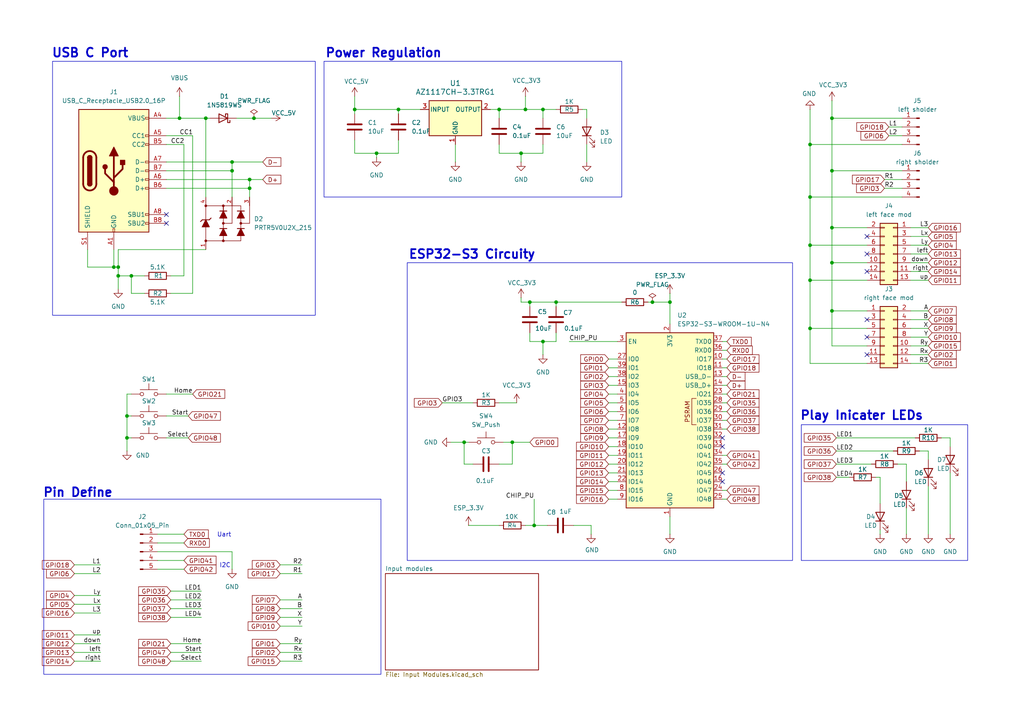
<source format=kicad_sch>
(kicad_sch (version 20250114) (generator "eeschema") (generator_version "9.0")
  (paper "A4")
  (rectangle (start 12.7 144.78) (end 110.49 195.58))
  (rectangle (start 15.24 17.78) (end 91.44 91.44))
  (rectangle (start 232.41 123.19) (end 280.67 162.56))
  (rectangle (start 118.11 76.2) (end 229.87 162.56))
  (rectangle (start 93.98 17.78) (end 180.34 57.15))
  (text "ESP32-S3 Circuity" (at 136.906 73.914 0) (effects (font (size 2.54 2.54) (thickness 0.508) (bold yes))))
  (text "Uart\n" (at 65.024 155.194 0) (effects (font (size 1.27 1.27))))
  (text "USB C Port" (at 26.162 15.494 0) (effects (font (size 2.54 2.54) (thickness 0.508) (bold yes))))
  (text "Play Inicater LEDs" (at 249.936 120.65 0) (effects (font (size 2.54 2.54) (thickness 0.508) (bold yes))))
  (text "I2C\n" (at 65.278 164.084 0) (effects (font (size 1.27 1.27))))
  (text "Power Regulation\n" (at 111.252 15.494 0) (effects (font (size 2.54 2.54) (thickness 0.508) (bold yes))))
  (text "Pin Define\n" (at 22.606 143.002 0) (effects (font (size 2.54 2.54) (thickness 0.508) (bold yes))))
  (junction (at 153.67 87.63))
  (junction (at 52.07 34.29))
  (junction (at 144.78 31.75))
  (junction (at 152.4 31.75))
  (junction (at 33.02 77.47))
  (junction (at 241.3 34.29))
  (junction (at 241.3 49.53))
  (junction (at 161.29 87.63))
  (junction (at 115.57 31.75))
  (junction (at 36.83 120.65))
  (junction (at 72.39 52.07))
  (junction (at 148.59 128.27))
  (junction (at 157.48 99.06))
  (junction (at 157.48 31.75))
  (junction (at 154.94 152.4))
  (junction (at 38.1 80.01))
  (junction (at 234.95 71.12))
  (junction (at 34.29 80.01))
  (junction (at 241.3 66.04))
  (junction (at 34.29 77.47))
  (junction (at 234.95 81.28))
  (junction (at 151.13 44.45))
  (junction (at 67.31 49.53))
  (junction (at 109.22 44.45))
  (junction (at 72.39 54.61))
  (junction (at 73.66 34.29))
  (junction (at 36.83 127))
  (junction (at 189.23 87.63))
  (junction (at 234.95 41.91))
  (junction (at 241.3 90.17))
  (junction (at 67.31 46.99))
  (junction (at 102.87 31.75))
  (junction (at 134.62 128.27))
  (junction (at 241.3 76.2))
  (junction (at 59.69 34.29))
  (junction (at 234.95 57.15))
  (junction (at 194.31 87.63))
  (junction (at 234.95 95.25))
  (no_connect (at 209.55 139.7))
  (no_connect (at 209.55 127))
  (no_connect (at 251.46 92.71))
  (no_connect (at 251.46 102.87))
  (no_connect (at 251.46 68.58))
  (no_connect (at 48.26 64.77))
  (no_connect (at 251.46 97.79))
  (no_connect (at 209.55 129.54))
  (no_connect (at 48.26 62.23))
  (no_connect (at 251.46 73.66))
  (no_connect (at 251.46 78.74))
  (no_connect (at 209.55 137.16))
  (wire (pts (xy 161.29 87.63) (xy 161.29 88.9)))
  (wire (pts (xy 176.53 104.14) (xy 179.07 104.14)))
  (wire (pts (xy 241.3 29.21) (xy 241.3 34.29)))
  (wire (pts (xy 81.28 191.77) (xy 87.63 191.77)))
  (wire (pts (xy 153.67 87.63) (xy 161.29 87.63)))
  (wire (pts (xy 264.16 78.74) (xy 269.24 78.74)))
  (wire (pts (xy 134.62 128.27) (xy 134.62 134.62)))
  (wire (pts (xy 161.29 87.63) (xy 180.34 87.63)))
  (wire (pts (xy 264.16 76.2) (xy 269.24 76.2)))
  (wire (pts (xy 49.53 173.99) (xy 58.42 173.99)))
  (wire (pts (xy 210.82 106.68) (xy 209.55 106.68)))
  (wire (pts (xy 210.82 121.92) (xy 209.55 121.92)))
  (wire (pts (xy 210.82 134.62) (xy 209.55 134.62)))
  (wire (pts (xy 234.95 57.15) (xy 234.95 71.12)))
  (wire (pts (xy 157.48 41.91) (xy 157.48 44.45)))
  (wire (pts (xy 153.67 99.06) (xy 157.48 99.06)))
  (wire (pts (xy 241.3 66.04) (xy 241.3 76.2)))
  (wire (pts (xy 34.29 80.01) (xy 34.29 77.47)))
  (wire (pts (xy 251.46 90.17) (xy 241.3 90.17)))
  (wire (pts (xy 144.78 41.91) (xy 144.78 44.45)))
  (wire (pts (xy 261.62 39.37) (xy 257.81 39.37)))
  (wire (pts (xy 49.53 176.53) (xy 58.42 176.53)))
  (wire (pts (xy 102.87 33.02) (xy 102.87 31.75)))
  (wire (pts (xy 194.31 85.09) (xy 194.31 87.63)))
  (wire (pts (xy 176.53 132.08) (xy 179.07 132.08)))
  (wire (pts (xy 242.57 130.81) (xy 259.08 130.81)))
  (wire (pts (xy 251.46 95.25) (xy 234.95 95.25)))
  (wire (pts (xy 34.29 83.82) (xy 34.29 80.01)))
  (wire (pts (xy 144.78 116.84) (xy 149.86 116.84)))
  (wire (pts (xy 21.59 163.83) (xy 29.21 163.83)))
  (wire (pts (xy 102.87 31.75) (xy 115.57 31.75)))
  (wire (pts (xy 210.82 132.08) (xy 209.55 132.08)))
  (wire (pts (xy 269.24 130.81) (xy 266.7 130.81)))
  (wire (pts (xy 154.94 152.4) (xy 154.94 144.78)))
  (wire (pts (xy 176.53 134.62) (xy 179.07 134.62)))
  (wire (pts (xy 81.28 189.23) (xy 87.63 189.23)))
  (wire (pts (xy 154.94 152.4) (xy 158.75 152.4)))
  (wire (pts (xy 210.82 124.46) (xy 209.55 124.46)))
  (wire (pts (xy 176.53 124.46) (xy 179.07 124.46)))
  (wire (pts (xy 170.18 41.91) (xy 170.18 46.99)))
  (wire (pts (xy 262.89 134.62) (xy 262.89 139.7)))
  (wire (pts (xy 134.62 128.27) (xy 135.89 128.27)))
  (wire (pts (xy 152.4 152.4) (xy 154.94 152.4)))
  (wire (pts (xy 81.28 179.07) (xy 87.63 179.07)))
  (wire (pts (xy 34.29 72.39) (xy 34.29 77.47)))
  (wire (pts (xy 153.67 96.52) (xy 153.67 99.06)))
  (wire (pts (xy 48.26 49.53) (xy 67.31 49.53)))
  (wire (pts (xy 176.53 111.76) (xy 179.07 111.76)))
  (wire (pts (xy 21.59 184.15) (xy 29.21 184.15)))
  (wire (pts (xy 170.18 31.75) (xy 168.91 31.75)))
  (wire (pts (xy 264.16 81.28) (xy 269.24 81.28)))
  (wire (pts (xy 81.28 176.53) (xy 87.63 176.53)))
  (wire (pts (xy 251.46 76.2) (xy 241.3 76.2)))
  (wire (pts (xy 176.53 137.16) (xy 179.07 137.16)))
  (wire (pts (xy 176.53 119.38) (xy 179.07 119.38)))
  (wire (pts (xy 109.22 44.45) (xy 109.22 45.72)))
  (wire (pts (xy 264.16 92.71) (xy 269.24 92.71)))
  (wire (pts (xy 81.28 166.37) (xy 87.63 166.37)))
  (wire (pts (xy 73.66 34.29) (xy 78.74 34.29)))
  (wire (pts (xy 25.4 77.47) (xy 33.02 77.47)))
  (wire (pts (xy 59.69 34.29) (xy 60.96 34.29)))
  (wire (pts (xy 144.78 31.75) (xy 144.78 34.29)))
  (wire (pts (xy 48.26 39.37) (xy 55.88 39.37)))
  (wire (pts (xy 52.07 34.29) (xy 59.69 34.29)))
  (wire (pts (xy 21.59 175.26) (xy 29.21 175.26)))
  (wire (pts (xy 264.16 105.41) (xy 269.24 105.41)))
  (wire (pts (xy 241.3 34.29) (xy 241.3 49.53)))
  (wire (pts (xy 171.45 154.94) (xy 171.45 152.4)))
  (wire (pts (xy 68.58 34.29) (xy 73.66 34.29)))
  (wire (pts (xy 49.53 191.77) (xy 58.42 191.77)))
  (wire (pts (xy 210.82 101.6) (xy 209.55 101.6)))
  (wire (pts (xy 135.89 152.4) (xy 144.78 152.4)))
  (wire (pts (xy 176.53 144.78) (xy 179.07 144.78)))
  (wire (pts (xy 256.54 54.61) (xy 261.62 54.61)))
  (wire (pts (xy 36.83 114.3) (xy 38.1 114.3)))
  (wire (pts (xy 21.59 166.37) (xy 29.21 166.37)))
  (wire (pts (xy 148.59 128.27) (xy 146.05 128.27)))
  (wire (pts (xy 264.16 100.33) (xy 269.24 100.33)))
  (wire (pts (xy 264.16 102.87) (xy 269.24 102.87)))
  (wire (pts (xy 33.02 77.47) (xy 34.29 77.47)))
  (wire (pts (xy 210.82 99.06) (xy 209.55 99.06)))
  (wire (pts (xy 251.46 100.33) (xy 241.3 100.33)))
  (wire (pts (xy 194.31 149.86) (xy 194.31 154.94)))
  (wire (pts (xy 137.16 134.62) (xy 134.62 134.62)))
  (wire (pts (xy 48.26 127) (xy 54.61 127)))
  (wire (pts (xy 152.4 31.75) (xy 157.48 31.75)))
  (wire (pts (xy 264.16 90.17) (xy 269.24 90.17)))
  (wire (pts (xy 210.82 116.84) (xy 209.55 116.84)))
  (wire (pts (xy 115.57 31.75) (xy 121.92 31.75)))
  (wire (pts (xy 262.89 134.62) (xy 260.35 134.62)))
  (wire (pts (xy 210.82 142.24) (xy 209.55 142.24)))
  (wire (pts (xy 38.1 85.09) (xy 38.1 80.01)))
  (wire (pts (xy 176.53 127) (xy 179.07 127)))
  (wire (pts (xy 21.59 191.77) (xy 29.21 191.77)))
  (wire (pts (xy 109.22 44.45) (xy 102.87 44.45)))
  (wire (pts (xy 234.95 71.12) (xy 234.95 81.28)))
  (wire (pts (xy 36.83 120.65) (xy 38.1 120.65)))
  (wire (pts (xy 45.72 154.94) (xy 53.34 154.94)))
  (wire (pts (xy 36.83 120.65) (xy 36.83 114.3)))
  (wire (pts (xy 49.53 171.45) (xy 58.42 171.45)))
  (wire (pts (xy 275.59 137.16) (xy 275.59 154.94)))
  (wire (pts (xy 36.83 120.65) (xy 36.83 127)))
  (wire (pts (xy 115.57 33.02) (xy 115.57 31.75)))
  (wire (pts (xy 33.02 72.39) (xy 33.02 77.47)))
  (wire (pts (xy 264.16 66.04) (xy 269.24 66.04)))
  (wire (pts (xy 176.53 139.7) (xy 179.07 139.7)))
  (wire (pts (xy 21.59 189.23) (xy 29.21 189.23)))
  (wire (pts (xy 115.57 44.45) (xy 109.22 44.45)))
  (wire (pts (xy 45.72 162.56) (xy 53.34 162.56)))
  (wire (pts (xy 176.53 121.92) (xy 179.07 121.92)))
  (wire (pts (xy 234.95 81.28) (xy 234.95 95.25)))
  (wire (pts (xy 241.3 100.33) (xy 241.3 90.17)))
  (wire (pts (xy 81.28 163.83) (xy 87.63 163.83)))
  (wire (pts (xy 72.39 54.61) (xy 72.39 57.15)))
  (wire (pts (xy 256.54 52.07) (xy 261.62 52.07)))
  (wire (pts (xy 67.31 160.02) (xy 45.72 160.02)))
  (wire (pts (xy 261.62 57.15) (xy 234.95 57.15)))
  (wire (pts (xy 153.67 87.63) (xy 153.67 88.9)))
  (wire (pts (xy 115.57 40.64) (xy 115.57 44.45)))
  (wire (pts (xy 171.45 152.4) (xy 166.37 152.4)))
  (wire (pts (xy 176.53 106.68) (xy 179.07 106.68)))
  (wire (pts (xy 241.3 90.17) (xy 241.3 76.2)))
  (wire (pts (xy 189.23 87.63) (xy 194.31 87.63)))
  (wire (pts (xy 53.34 41.91) (xy 53.34 80.01)))
  (wire (pts (xy 81.28 173.99) (xy 87.63 173.99)))
  (wire (pts (xy 72.39 52.07) (xy 72.39 54.61)))
  (wire (pts (xy 130.81 128.27) (xy 134.62 128.27)))
  (wire (pts (xy 157.48 31.75) (xy 157.48 34.29)))
  (wire (pts (xy 151.13 44.45) (xy 157.48 44.45)))
  (wire (pts (xy 241.3 34.29) (xy 261.62 34.29)))
  (wire (pts (xy 234.95 41.91) (xy 234.95 57.15)))
  (wire (pts (xy 45.72 165.1) (xy 53.34 165.1)))
  (wire (pts (xy 152.4 27.94) (xy 152.4 31.75)))
  (wire (pts (xy 255.27 153.67) (xy 255.27 154.94)))
  (wire (pts (xy 38.1 80.01) (xy 41.91 80.01)))
  (wire (pts (xy 151.13 87.63) (xy 153.67 87.63)))
  (wire (pts (xy 275.59 127) (xy 275.59 129.54)))
  (wire (pts (xy 49.53 186.69) (xy 58.42 186.69)))
  (wire (pts (xy 48.26 52.07) (xy 72.39 52.07)))
  (wire (pts (xy 210.82 119.38) (xy 209.55 119.38)))
  (wire (pts (xy 157.48 99.06) (xy 157.48 102.87)))
  (wire (pts (xy 234.95 105.41) (xy 251.46 105.41)))
  (wire (pts (xy 21.59 172.72) (xy 29.21 172.72)))
  (wire (pts (xy 144.78 44.45) (xy 151.13 44.45)))
  (wire (pts (xy 176.53 109.22) (xy 179.07 109.22)))
  (wire (pts (xy 144.78 31.75) (xy 152.4 31.75)))
  (wire (pts (xy 261.62 41.91) (xy 234.95 41.91)))
  (wire (pts (xy 251.46 71.12) (xy 234.95 71.12)))
  (wire (pts (xy 142.24 31.75) (xy 144.78 31.75)))
  (wire (pts (xy 157.48 31.75) (xy 161.29 31.75)))
  (wire (pts (xy 48.26 114.3) (xy 55.88 114.3)))
  (wire (pts (xy 269.24 140.97) (xy 269.24 154.94)))
  (wire (pts (xy 41.91 85.09) (xy 38.1 85.09)))
  (wire (pts (xy 67.31 46.99) (xy 67.31 49.53)))
  (wire (pts (xy 210.82 104.14) (xy 209.55 104.14)))
  (wire (pts (xy 176.53 114.3) (xy 179.07 114.3)))
  (wire (pts (xy 187.96 87.63) (xy 189.23 87.63)))
  (wire (pts (xy 234.95 95.25) (xy 234.95 105.41)))
  (wire (pts (xy 251.46 66.04) (xy 241.3 66.04)))
  (wire (pts (xy 210.82 109.22) (xy 209.55 109.22)))
  (wire (pts (xy 81.28 181.61) (xy 87.63 181.61)))
  (wire (pts (xy 52.07 27.94) (xy 52.07 34.29)))
  (wire (pts (xy 151.13 86.36) (xy 151.13 87.63)))
  (wire (pts (xy 49.53 189.23) (xy 58.42 189.23)))
  (wire (pts (xy 194.31 93.98) (xy 194.31 87.63)))
  (wire (pts (xy 264.16 95.25) (xy 269.24 95.25)))
  (wire (pts (xy 148.59 128.27) (xy 153.67 128.27)))
  (wire (pts (xy 67.31 165.1) (xy 67.31 160.02)))
  (wire (pts (xy 170.18 31.75) (xy 170.18 34.29)))
  (wire (pts (xy 76.2 52.07) (xy 72.39 52.07)))
  (wire (pts (xy 176.53 129.54) (xy 179.07 129.54)))
  (wire (pts (xy 21.59 177.8) (xy 29.21 177.8)))
  (wire (pts (xy 48.26 34.29) (xy 52.07 34.29)))
  (wire (pts (xy 210.82 114.3) (xy 209.55 114.3)))
  (wire (pts (xy 242.57 134.62) (xy 252.73 134.62)))
  (wire (pts (xy 257.81 36.83) (xy 261.62 36.83)))
  (wire (pts (xy 241.3 49.53) (xy 241.3 66.04)))
  (wire (pts (xy 251.46 81.28) (xy 234.95 81.28)))
  (wire (pts (xy 176.53 142.24) (xy 179.07 142.24)))
  (wire (pts (xy 242.57 138.43) (xy 246.38 138.43)))
  (wire (pts (xy 165.1 99.06) (xy 179.07 99.06)))
  (wire (pts (xy 102.87 27.94) (xy 102.87 31.75)))
  (wire (pts (xy 25.4 72.39) (xy 25.4 77.47)))
  (wire (pts (xy 261.62 49.53) (xy 241.3 49.53)))
  (wire (pts (xy 148.59 134.62) (xy 148.59 128.27)))
  (wire (pts (xy 34.29 72.39) (xy 59.69 72.39)))
  (wire (pts (xy 161.29 96.52) (xy 161.29 99.06)))
  (wire (pts (xy 234.95 31.75) (xy 234.95 41.91)))
  (wire (pts (xy 210.82 111.76) (xy 209.55 111.76)))
  (wire (pts (xy 45.72 157.48) (xy 53.34 157.48)))
  (wire (pts (xy 76.2 46.99) (xy 67.31 46.99)))
  (wire (pts (xy 255.27 138.43) (xy 255.27 146.05)))
  (wire (pts (xy 210.82 144.78) (xy 209.55 144.78)))
  (wire (pts (xy 67.31 49.53) (xy 67.31 57.15)))
  (wire (pts (xy 55.88 85.09) (xy 49.53 85.09)))
  (wire (pts (xy 255.27 138.43) (xy 254 138.43)))
  (wire (pts (xy 67.31 46.99) (xy 48.26 46.99)))
  (wire (pts (xy 48.26 54.61) (xy 72.39 54.61)))
  (wire (pts (xy 262.89 147.32) (xy 262.89 154.94)))
  (wire (pts (xy 269.24 130.81) (xy 269.24 133.35)))
  (wire (pts (xy 102.87 40.64) (xy 102.87 44.45)))
  (wire (pts (xy 264.16 68.58) (xy 269.24 68.58)))
  (wire (pts (xy 128.27 116.84) (xy 137.16 116.84)))
  (wire (pts (xy 36.83 127) (xy 36.83 130.81)))
  (wire (pts (xy 55.88 39.37) (xy 55.88 85.09)))
  (wire (pts (xy 34.29 80.01) (xy 38.1 80.01)))
  (wire (pts (xy 157.48 99.06) (xy 161.29 99.06)))
  (wire (pts (xy 144.78 134.62) (xy 148.59 134.62)))
  (wire (pts (xy 59.69 34.29) (xy 59.69 57.15)))
  (wire (pts (xy 53.34 80.01) (xy 49.53 80.01)))
  (wire (pts (xy 36.83 127) (xy 38.1 127)))
  (wire (pts (xy 49.53 179.07) (xy 58.42 179.07)))
  (wire (pts (xy 54.61 120.65) (xy 48.26 120.65)))
  (wire (pts (xy 81.28 186.69) (xy 87.63 186.69)))
  (wire (pts (xy 132.08 41.91) (xy 132.08 46.99)))
  (wire (pts (xy 275.59 127) (xy 273.05 127)))
  (wire (pts (xy 176.53 116.84) (xy 179.07 116.84)))
  (wire (pts (xy 48.26 41.91) (xy 53.34 41.91)))
  (wire (pts (xy 21.59 186.69) (xy 29.21 186.69)))
  (wire (pts (xy 264.16 73.66) (xy 269.24 73.66)))
  (wire (pts (xy 242.57 127) (xy 265.43 127)))
  (wire (pts (xy 264.16 71.12) (xy 269.24 71.12)))
  (wire (pts (xy 264.16 97.79) (xy 269.24 97.79)))
  (wire (pts (xy 151.13 44.45) (xy 151.13 46.99)))
  (label "L2" (at 257.81 39.37 0))
  (label "LED1" (at 242.57 127 0))
  (label "GPIO3" (at 128.27 116.84 0))
  (label "L3" (at 29.21 177.8 180))
  (label "Ry" (at 269.24 100.33 180))
  (label "LED2" (at 242.57 130.81 0))
  (label "R1" (at 87.63 166.37 180))
  (label "Rx" (at 87.63 189.23 180))
  (label "Start" (at 54.61 120.65 180))
  (label "L3" (at 269.24 66.04 180))
  (label "CHIP_PU" (at 154.94 144.78 180))
  (label "CC2" (at 49.53 41.91 0))
  (label "CC1" (at 52.07 39.37 0))
  (label "L1" (at 257.81 36.83 0))
  (label "L2" (at 29.21 166.37 180))
  (label "Y" (at 269.24 97.79 180))
  (label "Lx" (at 29.21 175.26 180))
  (label "X" (at 87.63 179.07 180))
  (label "left" (at 29.21 189.23 180))
  (label "X" (at 269.24 95.25 180))
  (label "Ry" (at 87.63 186.69 180))
  (label "LED4" (at 58.42 179.07 180))
  (label "LED4" (at 242.57 138.43 0))
  (label "Lx" (at 269.24 68.58 180))
  (label "R1" (at 256.54 52.07 0))
  (label "LED1" (at 58.42 171.45 180))
  (label "A" (at 269.24 90.17 180))
  (label "Select" (at 54.61 127 180))
  (label "down" (at 269.24 76.2 180))
  (label "down" (at 29.21 186.69 180))
  (label "Y" (at 87.63 181.61 180))
  (label "LED3" (at 58.42 176.53 180))
  (label "LED2" (at 58.42 173.99 180))
  (label "Home" (at 55.88 114.3 180))
  (label "Start" (at 58.42 189.23 180))
  (label "LED3" (at 242.57 134.62 0))
  (label "CHIP_PU" (at 165.1 99.06 0))
  (label "B" (at 87.63 176.53 180))
  (label "left" (at 269.24 73.66 180))
  (label "R3" (at 87.63 191.77 180))
  (label "R2" (at 256.54 54.61 0))
  (label "up" (at 29.21 184.15 180))
  (label "A" (at 87.63 173.99 180))
  (label "R2" (at 87.63 163.83 180))
  (label "Ly" (at 269.24 71.12 180))
  (label "Home" (at 58.42 186.69 180))
  (label "up" (at 269.24 81.28 180))
  (label "right" (at 29.21 191.77 180))
  (label "Select" (at 58.42 191.77 180))
  (label "L1" (at 29.21 163.83 180))
  (label "right" (at 269.24 78.74 180))
  (label "R3" (at 269.24 105.41 180))
  (label "Rx" (at 269.24 102.87 180))
  (label "B" (at 269.24 92.71 180))
  (label "Ly" (at 29.21 172.72 180))
  (global_label "GPIO48" (shape input) (at 54.61 127 0) (property "Intersheetrefs" "${INTERSHEET_REFS}" (effects (hide yes))))
  (global_label "GPIO9" (shape input) (at 269.24 95.25 0) (property "Intersheetrefs" "${INTERSHEET_REFS}" (effects (hide yes))))
  (global_label "GPIO15" (shape input) (at 176.53 142.24 180) (property "Intersheetrefs" "${INTERSHEET_REFS}" (effects (hide yes))))
  (global_label "GPIO2" (shape input) (at 81.28 189.23 180) (property "Intersheetrefs" "${INTERSHEET_REFS}" (effects (hide yes))))
  (global_label "GPIO10" (shape input) (at 81.28 181.61 180) (property "Intersheetrefs" "${INTERSHEET_REFS}" (effects (hide yes))))
  (global_label "GPIO1" (shape input) (at 269.24 105.41 0) (property "Intersheetrefs" "${INTERSHEET_REFS}" (effects (hide yes))))
  (global_label "GPIO14" (shape input) (at 176.53 139.7 180) (property "Intersheetrefs" "${INTERSHEET_REFS}" (effects (hide yes))))
  (global_label "GPIO41" (shape input) (at 210.82 132.08 0) (property "Intersheetrefs" "${INTERSHEET_REFS}" (effects (hide yes))))
  (global_label "GPIO12" (shape input) (at 269.24 76.2 0) (property "Intersheetrefs" "${INTERSHEET_REFS}" (effects (hide yes))))
  (global_label "GPIO16" (shape input) (at 21.59 177.8 180) (property "Intersheetrefs" "${INTERSHEET_REFS}" (effects (hide yes))))
  (global_label "GPIO38" (shape input) (at 242.57 138.43 180) (property "Intersheetrefs" "${INTERSHEET_REFS}" (effects (hide yes))))
  (global_label "GPIO38" (shape input) (at 49.53 179.07 180) (property "Intersheetrefs" "${INTERSHEET_REFS}" (effects (hide yes))))
  (global_label "GPIO6" (shape input) (at 21.59 166.37 180) (property "Intersheetrefs" "${INTERSHEET_REFS}" (effects (hide yes))))
  (global_label "GPIO8" (shape input) (at 176.53 124.46 180) (property "Intersheetrefs" "${INTERSHEET_REFS}" (effects (hide yes))))
  (global_label "GPIO3" (shape input) (at 176.53 111.76 180) (property "Intersheetrefs" "${INTERSHEET_REFS}" (effects (hide yes))))
  (global_label "GPIO11" (shape input) (at 21.59 184.15 180) (property "Intersheetrefs" "${INTERSHEET_REFS}" (effects (hide yes))))
  (global_label "GPIO37" (shape input) (at 49.53 176.53 180) (property "Intersheetrefs" "${INTERSHEET_REFS}" (effects (hide yes))))
  (global_label "D-" (shape input) (at 210.82 109.22 0) (property "Intersheetrefs" "${INTERSHEET_REFS}" (effects (hide yes))))
  (global_label "GPIO12" (shape input) (at 21.59 186.69 180) (property "Intersheetrefs" "${INTERSHEET_REFS}" (effects (hide yes))))
  (global_label "D+" (shape input) (at 76.2 52.07 0) (property "Intersheetrefs" "${INTERSHEET_REFS}" (effects (hide yes))))
  (global_label "GPIO15" (shape input) (at 269.24 100.33 0) (property "Intersheetrefs" "${INTERSHEET_REFS}" (effects (hide yes))))
  (global_label "GPIO0" (shape input) (at 176.53 104.14 180) (property "Intersheetrefs" "${INTERSHEET_REFS}" (effects (hide yes))))
  (global_label "GPIO8" (shape input) (at 81.28 176.53 180) (property "Intersheetrefs" "${INTERSHEET_REFS}" (effects (hide yes))))
  (global_label "GPIO14" (shape input) (at 21.59 191.77 180) (property "Intersheetrefs" "${INTERSHEET_REFS}" (effects (hide yes))))
  (global_label "GPIO1" (shape input) (at 176.53 106.68 180) (property "Intersheetrefs" "${INTERSHEET_REFS}" (effects (hide yes))))
  (global_label "GPIO36" (shape input) (at 242.57 130.81 180) (property "Intersheetrefs" "${INTERSHEET_REFS}" (effects (hide yes))))
  (global_label "GPIO14" (shape input) (at 269.24 78.74 0) (property "Intersheetrefs" "${INTERSHEET_REFS}" (effects (hide yes))))
  (global_label "GPIO0" (shape input) (at 153.67 128.27 0) (property "Intersheetrefs" "${INTERSHEET_REFS}" (effects (hide yes))))
  (global_label "GPIO15" (shape input) (at 81.28 191.77 180) (property "Intersheetrefs" "${INTERSHEET_REFS}" (effects (hide yes))))
  (global_label "TXD0" (shape input) (at 53.34 154.94 0) (property "Intersheetrefs" "${INTERSHEET_REFS}" (effects (hide yes))))
  (global_label "GPIO2" (shape input) (at 269.24 102.87 0) (property "Intersheetrefs" "${INTERSHEET_REFS}" (effects (hide yes))))
  (global_label "GPIO3" (shape input) (at 256.54 54.61 180) (property "Intersheetrefs" "${INTERSHEET_REFS}" (effects (hide yes))))
  (global_label "GPIO17" (shape input) (at 210.82 104.14 0) (property "Intersheetrefs" "${INTERSHEET_REFS}" (effects (hide yes))))
  (global_label "GPIO4" (shape input) (at 269.24 71.12 0) (property "Intersheetrefs" "${INTERSHEET_REFS}" (effects (hide yes))))
  (global_label "GPIO21" (shape input) (at 210.82 114.3 0) (property "Intersheetrefs" "${INTERSHEET_REFS}" (effects (hide yes))))
  (global_label "GPIO8" (shape input) (at 269.24 92.71 0) (property "Intersheetrefs" "${INTERSHEET_REFS}" (effects (hide yes))))
  (global_label "GPIO13" (shape input) (at 21.59 189.23 180) (property "Intersheetrefs" "${INTERSHEET_REFS}" (effects (hide yes))))
  (global_label "RXD0" (shape input) (at 53.34 157.48 0) (property "Intersheetrefs" "${INTERSHEET_REFS}" (effects (hide yes))))
  (global_label "GPIO35" (shape input) (at 49.53 171.45 180) (property "Intersheetrefs" "${INTERSHEET_REFS}" (effects (hide yes))))
  (global_label "GPIO3" (shape input) (at 128.27 116.84 180) (property "Intersheetrefs" "${INTERSHEET_REFS}" (effects (hide yes))))
  (global_label "GPIO16" (shape input) (at 176.53 144.78 180) (property "Intersheetrefs" "${INTERSHEET_REFS}" (effects (hide yes))))
  (global_label "GPIO12" (shape input) (at 176.53 134.62 180) (property "Intersheetrefs" "${INTERSHEET_REFS}" (effects (hide yes))))
  (global_label "GPIO9" (shape input) (at 81.28 179.07 180) (property "Intersheetrefs" "${INTERSHEET_REFS}" (effects (hide yes))))
  (global_label "GPIO37" (shape input) (at 242.57 134.62 180) (property "Intersheetrefs" "${INTERSHEET_REFS}" (effects (hide yes))))
  (global_label "GPIO18" (shape input) (at 210.82 106.68 0) (property "Intersheetrefs" "${INTERSHEET_REFS}" (effects (hide yes))))
  (global_label "GPIO17" (shape input) (at 81.28 166.37 180) (property "Intersheetrefs" "${INTERSHEET_REFS}" (effects (hide yes))))
  (global_label "D-" (shape input) (at 76.2 46.99 0) (property "Intersheetrefs" "${INTERSHEET_REFS}" (effects (hide yes))))
  (global_label "GPIO5" (shape input) (at 21.59 175.26 180) (property "Intersheetrefs" "${INTERSHEET_REFS}" (effects (hide yes))))
  (global_label "GPIO17" (shape input) (at 256.54 52.07 180) (property "Intersheetrefs" "${INTERSHEET_REFS}" (effects (hide yes))))
  (global_label "GPIO42" (shape input) (at 210.82 134.62 0) (property "Intersheetrefs" "${INTERSHEET_REFS}" (effects (hide yes))))
  (global_label "GPIO47" (shape input) (at 54.61 120.65 0) (property "Intersheetrefs" "${INTERSHEET_REFS}" (effects (hide yes))))
  (global_label "GPIO4" (shape input) (at 21.59 172.72 180) (property "Intersheetrefs" "${INTERSHEET_REFS}" (effects (hide yes))))
  (global_label "GPIO2" (shape input) (at 176.53 109.22 180) (property "Intersheetrefs" "${INTERSHEET_REFS}" (effects (hide yes))))
  (global_label "GPIO41" (shape input) (at 53.34 162.56 0) (property "Intersheetrefs" "${INTERSHEET_REFS}" (effects (hide yes))))
  (global_label "RXD0" (shape input) (at 210.82 101.6 0) (property "Intersheetrefs" "${INTERSHEET_REFS}" (effects (hide yes))))
  (global_label "TXD0" (shape input) (at 210.82 99.06 0) (property "Intersheetrefs" "${INTERSHEET_REFS}" (effects (hide yes))))
  (global_label "GPIO10" (shape input) (at 176.53 129.54 180) (property "Intersheetrefs" "${INTERSHEET_REFS}" (effects (hide yes))))
  (global_label "GPIO7" (shape input) (at 81.28 173.99 180) (property "Intersheetrefs" "${INTERSHEET_REFS}" (effects (hide yes))))
  (global_label "GPIO9" (shape input) (at 176.53 127 180) (property "Intersheetrefs" "${INTERSHEET_REFS}" (effects (hide yes))))
  (global_label "GPIO10" (shape input) (at 269.24 97.79 0) (property "Intersheetrefs" "${INTERSHEET_REFS}" (effects (hide yes))))
  (global_label "GPIO7" (shape input) (at 176.53 121.92 180) (property "Intersheetrefs" "${INTERSHEET_REFS}" (effects (hide yes))))
  (global_label "GPIO13" (shape input) (at 176.53 137.16 180) (property "Intersheetrefs" "${INTERSHEET_REFS}" (effects (hide yes))))
  (global_label "GPIO6" (shape input) (at 176.53 119.38 180) (property "Intersheetrefs" "${INTERSHEET_REFS}" (effects (hide yes))))
  (global_label "GPIO16" (shape input) (at 269.24 66.04 0) (property "Intersheetrefs" "${INTERSHEET_REFS}" (effects (hide yes))))
  (global_label "GPIO18" (shape input) (at 21.59 163.83 180) (property "Intersheetrefs" "${INTERSHEET_REFS}" (effects (hide yes))))
  (global_label "GPIO5" (shape input) (at 269.24 68.58 0) (property "Intersheetrefs" "${INTERSHEET_REFS}" (effects (hide yes))))
  (global_label "GPIO18" (shape input) (at 257.81 36.83 180) (property "Intersheetrefs" "${INTERSHEET_REFS}" (effects (hide yes))))
  (global_label "GPIO35" (shape input) (at 210.82 116.84 0) (property "Intersheetrefs" "${INTERSHEET_REFS}" (effects (hide yes))))
  (global_label "GPIO36" (shape input) (at 210.82 119.38 0) (property "Intersheetrefs" "${INTERSHEET_REFS}" (effects (hide yes))))
  (global_label "GPIO37" (shape input) (at 210.82 121.92 0) (property "Intersheetrefs" "${INTERSHEET_REFS}" (effects (hide yes))))
  (global_label "GPIO48" (shape input) (at 210.82 144.78 0) (property "Intersheetrefs" "${INTERSHEET_REFS}" (effects (hide yes))))
  (global_label "GPIO42" (shape input) (at 53.34 165.1 0) (property "Intersheetrefs" "${INTERSHEET_REFS}" (effects (hide yes))))
  (global_label "GPIO11" (shape input) (at 269.24 81.28 0) (property "Intersheetrefs" "${INTERSHEET_REFS}" (effects (hide yes))))
  (global_label "GPIO1" (shape input) (at 81.28 186.69 180) (property "Intersheetrefs" "${INTERSHEET_REFS}" (effects (hide yes))))
  (global_label "GPIO38" (shape input) (at 210.82 124.46 0) (property "Intersheetrefs" "${INTERSHEET_REFS}" (effects (hide yes))))
  (global_label "GPIO36" (shape input) (at 49.53 173.99 180) (property "Intersheetrefs" "${INTERSHEET_REFS}" (effects (hide yes))))
  (global_label "GPIO47" (shape input) (at 49.53 189.23 180) (property "Intersheetrefs" "${INTERSHEET_REFS}" (effects (hide yes))))
  (global_label "GPIO5" (shape input) (at 176.53 116.84 180) (property "Intersheetrefs" "${INTERSHEET_REFS}" (effects (hide yes))))
  (global_label "GPIO3" (shape input) (at 81.28 163.83 180) (property "Intersheetrefs" "${INTERSHEET_REFS}" (effects (hide yes))))
  (global_label "GPIO21" (shape input) (at 49.53 186.69 180) (property "Intersheetrefs" "${INTERSHEET_REFS}" (effects (hide yes))))
  (global_label "GPIO6" (shape input) (at 257.81 39.37 180) (property "Intersheetrefs" "${INTERSHEET_REFS}" (effects (hide yes))))
  (global_label "GPIO4" (shape input) (at 176.53 114.3 180) (property "Intersheetrefs" "${INTERSHEET_REFS}" (effects (hide yes))))
  (global_label "GPIO47" (shape input) (at 210.82 142.24 0) (property "Intersheetrefs" "${INTERSHEET_REFS}" (effects (hide yes))))
  (global_label "GPIO7" (shape input) (at 269.24 90.17 0) (property "Intersheetrefs" "${INTERSHEET_REFS}" (effects (hide yes))))
  (global_label "GPIO21" (shape input) (at 55.88 114.3 0) (property "Intersheetrefs" "${INTERSHEET_REFS}" (effects (hide yes))))
  (global_label "GPIO13" (shape input) (at 269.24 73.66 0) (property "Intersheetrefs" "${INTERSHEET_REFS}" (effects (hide yes))))
  (global_label "D+" (shape input) (at 210.82 111.76 0) (property "Intersheetrefs" "${INTERSHEET_REFS}" (effects (hide yes))))
  (global_label "GPIO35" (shape input) (at 242.57 127 180) (property "Intersheetrefs" "${INTERSHEET_REFS}" (effects (hide yes))))
  (global_label "GPIO11" (shape input) (at 176.53 132.08 180) (property "Intersheetrefs" "${INTERSHEET_REFS}" (effects (hide yes))))
  (global_label "GPIO48" (shape input) (at 49.53 191.77 180) (property "Intersheetrefs" "${INTERSHEET_REFS}" (effects (hide yes))))
  (symbol (lib_id "Library:PWR_FLAG") (at 73.66 34.29 0) (unit 1)
    (property "Reference" "#FLG01" (effects (hide yes)))
    (property "Value" "PWR_FLAG" (at 73.66 29.21 0))
    (property "Description" "Special symbol for telling ERC where power comes from" (effects (hide yes)))
  )
  (symbol (lib_id "Library:+3.3V") (at 135.89 152.4 0) (unit 1)
    (property "Reference" "#PWR010" (effects (hide yes)))
    (property "Value" "ESP_3.3V" (at 135.89 147.32 0))
    (property "Description" "Power symbol creates a global label with name \"+3.3V\"" (effects (hide yes)))
  )
  (symbol (lib_id "Library:+3V3") (at 151.13 86.36 0) (unit 1)
    (property "Reference" "#PWR013" (effects (hide yes)))
    (property "Value" "VCC_3V3" (at 151.384 82.042 0))
    (property "Description" "Power symbol creates a global label with name \"+3V3\"" (effects (hide yes)))
  )
  (symbol (lib_id "Library:GND") (at 151.13 46.99 0) (unit 1)
    (property "Reference" "#PWR012" (effects (hide yes)))
    (property "Value" "GND" (at 151.13 52.07 0))
    (property "Description" "Power symbol creates a global label with name \"GND\" , ground" (effects (hide yes)))
  )
  (symbol (lib_id "Library:1N5819WS") (at 64.77 34.29 180) (unit 1)
    (property "Reference" "D1" (at 65.0875 27.94 0))
    (property "Value" "1N5819WS" (at 65.0875 30.48 0))
    (property "Footprint" "Diode_SMD:D_SOD-323" (effects (hide yes)))
    (property "Datasheet" "https://datasheet.lcsc.com/lcsc/2204281430_Guangdong-Hottech-1N5819WS_C191023.pdf" (effects (hide yes)))
    (property "Description" "40V 600mV@1A 1A SOD-323 Schottky Barrier Diodes, SOD-323" (effects (hide yes)))
  )
  (symbol (lib_id "Library:R") (at 256.54 134.62 90) (unit 1)
    (property "Reference" "R8" (at 256.54 134.62 90))
    (property "Value" "1K" (at 256.54 132.334 90))
    (property "Footprint" "Resistor_SMD:R_0603_1608Metric_Pad0.98x0.95mm_HandSolder" (effects (hide yes)))
    (property "Description" "Resistor" (effects (hide yes)))
  )
  (symbol (lib_id "Library:VBUS") (at 52.07 27.94 0) (unit 1)
    (property "Reference" "#PWR03" (effects (hide yes)))
    (property "Value" "VBUS" (at 52.07 22.606 0))
    (property "Description" "Power symbol creates a global label with name \"VBUS\"" (effects (hide yes)))
  )
  (symbol (lib_id "Library:+5V") (at 102.87 27.94 0) (unit 1)
    (property "Reference" "#PWR06" (effects (hide yes)))
    (property "Value" "VCC_5V" (at 99.822 23.622 0) (effects (justify left)))
    (property "Description" "Power symbol creates a global label with name \"+5V\"" (effects (hide yes)))
  )
  (symbol (lib_id "Library:GND") (at 132.08 46.99 0) (unit 1)
    (property "Reference" "#PWR09" (effects (hide yes)))
    (property "Value" "GND" (at 132.08 52.07 0))
    (property "Description" "Power symbol creates a global label with name \"GND\" , ground" (effects (hide yes)))
  )
  (symbol (lib_id "Library:SW_Push") (at 140.97 128.27 0) (unit 1)
    (property "Reference" "SW4" (at 140.97 120.65 0))
    (property "Value" "SW_Push" (at 140.97 123.19 0))
    (property "Footprint" "Button_Switch_SMD:SW_SPST_PTS647_Sx38" (effects (hide yes)))
    (property "Description" "Push button switch, generic, two pins" (effects (hide yes)))
  )
  (symbol (lib_id "Library:R") (at 184.15 87.63 90) (unit 1)
    (property "Reference" "R6" (at 184.15 87.63 90))
    (property "Value" "0" (at 184.15 84.836 90))
    (property "Footprint" "Jumper:SolderJumper-2_P1.3mm_Open_RoundedPad1.0x1.5mm" (effects (hide yes)))
    (property "Description" "Resistor" (effects (hide yes)))
  )
  (symbol (lib_id "Library:+3V3") (at 149.86 116.84 0) (unit 1)
    (property "Reference" "#PWR011" (effects (hide yes)))
    (property "Value" "VCC_3V3" (at 149.86 111.76 0))
    (property "Description" "Power symbol creates a global label with name \"+3V3\"" (effects (hide yes)))
  )
  (symbol (lib_id "Library:R") (at 45.72 85.09 90) (unit 1)
    (property "Reference" "R2" (at 45.72 85.09 90))
    (property "Value" "5.1K" (at 45.72 87.63 90))
    (property "Footprint" "Resistor_SMD:R_0805_2012Metric_Pad1.20x1.40mm_HandSolder" (effects (hide yes)))
    (property "Description" "Resistor" (effects (hide yes)))
  )
  (symbol (lib_id "Library:C") (at 140.97 134.62 90) (unit 1)
    (property "Reference" "C3" (at 140.97 130.81 90))
    (property "Value" "0.1uF" (at 140.716 139.446 90))
    (property "Footprint" "Capacitor_SMD:C_0805_2012Metric_Pad1.18x1.45mm_HandSolder" (effects (hide yes)))
    (property "Description" "Unpolarized capacitor" (effects (hide yes)))
  )
  (symbol (lib_id "Library:GND") (at 275.59 154.94 0) (unit 1)
    (property "Reference" "#PWR025" (effects (hide yes)))
    (property "Value" "GND" (at 275.59 160.02 0))
    (property "Description" "Power symbol creates a global label with name \"GND\" , ground" (effects (hide yes)))
  )
  (symbol (lib_id "Library:GND") (at 34.29 83.82 0) (unit 1)
    (property "Reference" "#PWR01" (effects (hide yes)))
    (property "Value" "GND" (at 34.29 88.9 0))
    (property "Description" "Power symbol creates a global label with name \"GND\" , ground" (effects (hide yes)))
  )
  (symbol (lib_id "Library:R") (at 165.1 31.75 90) (unit 1)
    (property "Reference" "R5" (at 165.1 31.75 90))
    (property "Value" "1K" (at 165.1 29.464 90))
    (property "Footprint" "Resistor_SMD:R_0603_1608Metric_Pad0.98x0.95mm_HandSolder" (effects (hide yes)))
    (property "Description" "Resistor" (effects (hide yes)))
  )
  (symbol (lib_id "Library:R") (at 262.89 130.81 90) (unit 1)
    (property "Reference" "R9" (at 262.89 130.81 90))
    (property "Value" "1K" (at 262.89 128.524 90))
    (property "Footprint" "Resistor_SMD:R_0603_1608Metric_Pad0.98x0.95mm_HandSolder" (effects (hide yes)))
    (property "Description" "Resistor" (effects (hide yes)))
  )
  (symbol (lib_id "Library:+3V3") (at 152.4 27.94 0) (unit 1)
    (property "Reference" "#PWR014" (effects (hide yes)))
    (property "Value" "VCC_3V3" (at 148.59 23.368 0) (effects (justify left)))
    (property "Description" "Power symbol creates a global label with name \"+3V3\"" (effects (hide yes)))
  )
  (symbol (lib_id "Library:PRTR5V0U2X_215") (at 64.77 64.77 0) (unit 1)
    (property "Reference" "D2" (at 73.66 63.4999 0) (effects (justify left)))
    (property "Value" "PRTR5V0U2X_215" (at 73.66 66.0399 0) (effects (justify left)))
    (property "Footprint" "PRTR5V0U2X_215:PRTR5V0U2X_215" (effects (hide yes)))
  )
  (symbol (lib_id "Library:+3V3") (at 241.3 29.21 0) (unit 1)
    (property "Reference" "#PWR021" (effects (hide yes)))
    (property "Value" "VCC_3V3" (at 237.49 24.638 0) (effects (justify left)))
    (property "Description" "Power symbol creates a global label with name \"+3V3\"" (effects (hide yes)))
  )
  (symbol (lib_id "Library:LED") (at 255.27 149.86 90) (unit 1)
    (property "Reference" "D4" (at 251.206 149.86 90) (effects (justify right)))
    (property "Value" "LED" (at 250.698 152.4 90) (effects (justify right)))
    (property "Footprint" "LED_SMD:LED_0603_1608Metric_Pad1.05x0.95mm_HandSolder" (effects (hide yes)))
    (property "Description" "Light emitting diode" (effects (hide yes)))
    (property "Sim.Pins" "1=K 2=A" (effects (hide yes)))
  )
  (symbol (lib_id "Library:C") (at 115.57 36.83 0) (unit 1)
    (property "Reference" "C2" (at 119.38 35.5599 0) (effects (justify left)))
    (property "Value" "0.1uF" (at 119.38 38.0999 0) (effects (justify left)))
    (property "Footprint" "Capacitor_SMD:C_0805_2012Metric_Pad1.18x1.45mm_HandSolder" (effects (hide yes)))
    (property "Description" "Unpolarized capacitor" (effects (hide yes)))
  )
  (symbol (lib_id "Library:+5V") (at 78.74 34.29 270) (unit 1)
    (property "Reference" "#PWR05" (effects (hide yes)))
    (property "Value" "VCC_5V" (at 78.74 32.766 90) (effects (justify left)))
    (property "Description" "Power symbol creates a global label with name \"+5V\"" (effects (hide yes)))
  )
  (symbol (lib_id "Library:GND") (at 67.31 165.1 0) (unit 1)
    (property "Reference" "#PWR04" (effects (hide yes)))
    (property "Value" "GND" (at 67.31 170.18 0))
    (property "Description" "Power symbol creates a global label with name \"GND\" , ground" (effects (hide yes)))
  )
  (symbol (lib_id "Library:R") (at 45.72 80.01 90) (unit 1)
    (property "Reference" "R1" (at 45.974 80.01 90))
    (property "Value" "5.1K" (at 45.72 77.47 90))
    (property "Footprint" "Resistor_SMD:R_0805_2012Metric_Pad1.20x1.40mm_HandSolder" (effects (hide yes)))
    (property "Description" "Resistor" (effects (hide yes)))
  )
  (symbol (lib_id "Library:GND") (at 157.48 102.87 0) (unit 1)
    (property "Reference" "#PWR015" (effects (hide yes)))
    (property "Value" "GND" (at 157.48 107.95 0))
    (property "Description" "Power symbol creates a global label with name \"GND\" , ground" (effects (hide yes)))
  )
  (symbol (lib_id "Library:R") (at 269.24 127 90) (unit 1)
    (property "Reference" "R10" (at 269.24 127 90))
    (property "Value" "1K" (at 269.24 124.714 90))
    (property "Footprint" "Resistor_SMD:R_0603_1608Metric_Pad0.98x0.95mm_HandSolder" (effects (hide yes)))
    (property "Description" "Resistor" (effects (hide yes)))
  )
  (symbol (lib_id "Library:C") (at 102.87 36.83 0) (unit 1)
    (property "Reference" "C1" (at 106.68 35.5599 0) (effects (justify left)))
    (property "Value" "10uF" (at 106.68 38.0999 0) (effects (justify left)))
    (property "Footprint" "Capacitor_SMD:C_0805_2012Metric_Pad1.18x1.45mm_HandSolder" (effects (hide yes)))
    (property "Description" "Unpolarized capacitor" (effects (hide yes)))
  )
  (symbol (lib_id "Library:GND") (at 269.24 154.94 0) (unit 1)
    (property "Reference" "#PWR024" (effects (hide yes)))
    (property "Value" "GND" (at 269.24 160.02 0))
    (property "Description" "Power symbol creates a global label with name \"GND\" , ground" (effects (hide yes)))
  )
  (symbol (lib_id "Library:C") (at 144.78 38.1 0) (unit 1)
    (property "Reference" "C4" (at 148.59 36.8299 0) (effects (justify left)))
    (property "Value" "0.1uF" (at 148.59 39.3699 0) (effects (justify left)))
    (property "Footprint" "Capacitor_SMD:C_0805_2012Metric_Pad1.18x1.45mm_HandSolder" (effects (hide yes)))
    (property "Description" "Unpolarized capacitor" (effects (hide yes)))
  )
  (symbol (lib_id "Library:GND") (at 170.18 46.99 0) (unit 1)
    (property "Reference" "#PWR016" (effects (hide yes)))
    (property "Value" "GND" (at 170.18 52.07 0))
    (property "Description" "Power symbol creates a global label with name \"GND\" , ground" (effects (hide yes)))
  )
  (symbol (lib_id "Library:LED") (at 170.18 38.1 90) (unit 1)
    (property "Reference" "D3" (at 173.99 38.4174 90) (effects (justify right)))
    (property "Value" "LED" (at 173.99 40.9574 90) (effects (justify right)))
    (property "Footprint" "LED_SMD:LED_0603_1608Metric_Pad1.05x0.95mm_HandSolder" (effects (hide yes)))
    (property "Description" "Light emitting diode" (effects (hide yes)))
    (property "Sim.Pins" "1=K 2=A" (effects (hide yes)))
  )
  (symbol (lib_id "Library:LED") (at 269.24 137.16 90) (unit 1)
    (property "Reference" "D6" (at 265.176 137.16 90) (effects (justify right)))
    (property "Value" "LED" (at 265.176 139.7 90) (effects (justify right)))
    (property "Footprint" "LED_SMD:LED_0603_1608Metric_Pad1.05x0.95mm_HandSolder" (effects (hide yes)))
    (property "Description" "Light emitting diode" (effects (hide yes)))
    (property "Sim.Pins" "1=K 2=A" (effects (hide yes)))
  )
  (symbol (lib_id "Library:R") (at 250.19 138.43 90) (unit 1)
    (property "Reference" "R7" (at 250.19 138.43 90))
    (property "Value" "1K" (at 250.19 136.144 90))
    (property "Footprint" "Resistor_SMD:R_0603_1608Metric_Pad0.98x0.95mm_HandSolder" (effects (hide yes)))
    (property "Description" "Resistor" (effects (hide yes)))
  )
  (symbol (lib_id "Library:SW_Push") (at 43.18 114.3 0) (unit 1)
    (property "Reference" "SW1" (at 43.18 109.982 0))
    (property "Value" "SW_Push" (effects (hide yes)))
    (property "Footprint" "Button_Switch_SMD:SW_Push_1P1T_XKB_TS-1187A" (effects (hide yes)))
    (property "Description" "Push button switch, generic, two pins" (effects (hide yes)))
  )
  (symbol (lib_id "Library:+3.3V") (at 194.31 85.09 0) (unit 1)
    (property "Reference" "#PWR018" (effects (hide yes)))
    (property "Value" "ESP_3.3V" (at 194.31 80.01 0))
    (property "Description" "Power symbol creates a global label with name \"+3.3V\"" (effects (hide yes)))
  )
  (symbol (lib_id "Library:C") (at 157.48 38.1 0) (unit 1)
    (property "Reference" "C6" (at 161.29 36.8299 0) (effects (justify left)))
    (property "Value" "10uF" (at 161.29 39.3699 0) (effects (justify left)))
    (property "Footprint" "Capacitor_SMD:C_0805_2012Metric_Pad1.18x1.45mm_HandSolder" (effects (hide yes)))
    (property "Description" "Unpolarized capacitor" (effects (hide yes)))
  )
  (symbol (lib_id "Library:ESP32-S3-WROOM-1") (at 194.31 121.92 0) (unit 1)
    (property "Reference" "U2" (at 196.4533 91.44 0) (effects (justify left)))
    (property "Value" "ESP32-S3-WROOM-1U-N4" (at 196.4533 93.98 0) (effects (justify left)))
    (property "Footprint" "PCM_Espressif:ESP32-S3-WROOM-1U" (effects (hide yes)))
    (property "Datasheet" "https://www.espressif.com/sites/default/files/documentation/esp32-s3-wroom-1_wroom-1u_datasheet_en.pdf" (effects (hide yes)))
    (property "Description" "RF Module, ESP32-S3 SoC, Wi-Fi 802.11b/g/n, Bluetooth, BLE, 32-bit, 3.3V, onboard antenna, SMD" (effects (hide yes)))
  )
  (symbol (lib_id "Library:GND") (at 194.31 154.94 0) (unit 1)
    (property "Reference" "#PWR019" (effects (hide yes)))
    (property "Value" "GND" (at 194.31 160.02 0))
    (property "Description" "Power symbol creates a global label with name \"GND\" , ground" (effects (hide yes)))
  )
  (symbol (lib_id "Library:AZ1117CH-3.3TRG1") (at 132.08 34.29 0) (unit 1)
    (property "Reference" "U1" (at 132.08 24.13 0) (effects (font (size 1.524 1.524))))
    (property "Value" "AZ1117CH-3.3TRG1" (at 132.08 26.67 0) (effects (font (size 1.524 1.524))))
    (property "Footprint" "AZ1117CH_3_3TRG1:SOT-223_DIO" (effects (hide yes)))
    (property "Datasheet" "https://www.diodes.com/assets/Datasheets/AZ1117C.pdf" (effects (hide yes)))
  )
  (symbol (lib_id "Library:GND") (at 262.89 154.94 0) (unit 1)
    (property "Reference" "#PWR023" (effects (hide yes)))
    (property "Value" "GND" (at 262.89 160.02 0))
    (property "Description" "Power symbol creates a global label with name \"GND\" , ground" (effects (hide yes)))
  )
  (symbol (lib_id "Library:C") (at 161.29 92.71 0) (unit 1)
    (property "Reference" "C7" (at 163.322 90.678 0) (effects (justify left)))
    (property "Value" "0.1uF" (at 163.576 95.25 0) (effects (justify left)))
    (property "Footprint" "Capacitor_SMD:C_0805_2012Metric_Pad1.18x1.45mm_HandSolder" (effects (hide yes)))
    (property "Description" "Unpolarized capacitor" (effects (hide yes)))
  )
  (symbol (lib_id "Library:LED") (at 262.89 143.51 90) (unit 1)
    (property "Reference" "D5" (at 259.334 143.764 90) (effects (justify right)))
    (property "Value" "LED" (at 259.08 146.304 90) (effects (justify right)))
    (property "Footprint" "LED_SMD:LED_0603_1608Metric_Pad1.05x0.95mm_HandSolder" (effects (hide yes)))
    (property "Description" "Light emitting diode" (effects (hide yes)))
    (property "Sim.Pins" "1=K 2=A" (effects (hide yes)))
  )
  (symbol (lib_id "Library:SW_Push") (at 43.18 120.65 0) (unit 1)
    (property "Reference" "SW2" (at 43.18 116.332 0))
    (property "Value" "SW_Push" (effects (hide yes)))
    (property "Footprint" "Button_Switch_SMD:SW_Push_1P1T_XKB_TS-1187A" (effects (hide yes)))
    (property "Description" "Push button switch, generic, two pins" (effects (hide yes)))
  )
  (symbol (lib_id "Library:R") (at 148.59 152.4 270) (unit 1)
    (property "Reference" "R4" (at 149.86 152.4 90) (effects (justify right)))
    (property "Value" "10K" (at 150.368 149.86 90) (effects (justify right)))
    (property "Footprint" "Resistor_SMD:R_0603_1608Metric_Pad0.98x0.95mm_HandSolder" (effects (hide yes)))
    (property "Description" "Resistor" (effects (hide yes)))
  )
  (symbol (lib_id "Library:LED") (at 275.59 133.35 90) (unit 1)
    (property "Reference" "D7" (at 271.78 133.35 90) (effects (justify right)))
    (property "Value" "LED" (at 271.78 135.89 90) (effects (justify right)))
    (property "Footprint" "LED_SMD:LED_0603_1608Metric_Pad1.05x0.95mm_HandSolder" (effects (hide yes)))
    (property "Description" "Light emitting diode" (effects (hide yes)))
    (property "Sim.Pins" "1=K 2=A" (effects (hide yes)))
  )
  (symbol (lib_id "Connector_Generic:Conn_02x07_Odd_Even") (at 256.54 97.79 0) (unit 1)
    (property "Reference" "J3" (at 257.81 83.82 0))
    (property "Value" "right face mod" (at 257.81 86.36 0))
    (property "Footprint" "Connector_PinHeader_1.27mm:PinHeader_2x07_P1.27mm_Vertical" (effects (hide yes)))
    (property "Description" "Generic connector, double row, 02x07, odd/even pin numbering scheme (row 1 odd numbers, row 2 even numbers), script generated (kicad-library-utils/schlib/autogen/connector/)" (effects (hide yes)))
  )
  (symbol (lib_id "Library:Conn_01x05_Pin") (at 40.64 160.02 0) (unit 1)
    (property "Reference" "J2" (at 41.275 149.86 0))
    (property "Value" "Conn_01x05_Pin" (at 41.275 152.4 0))
    (property "Footprint" "Connector_JST:JST_EH_S5B-EH_1x05_P2.50mm_Horizontal" (effects (hide yes)))
    (property "Description" "Generic connector, single row, 01x05, script generated" (effects (hide yes)))
  )
  (symbol (lib_id "Library:SW_Push") (at 43.18 127 0) (unit 1)
    (property "Reference" "SW3" (at 43.18 122.682 0))
    (property "Value" "SW_Push" (effects (hide yes)))
    (property "Footprint" "Button_Switch_SMD:SW_Push_1P1T_XKB_TS-1187A" (effects (hide yes)))
    (property "Description" "Push button switch, generic, two pins" (effects (hide yes)))
  )
  (symbol (lib_id "Library:Conn_01x04_Pin") (at 266.7 36.83 0) (mirror y) (unit 1)
    (property "Reference" "J5" (at 266.065 29.21 0))
    (property "Value" "left sholder" (at 266.065 31.75 0))
    (property "Footprint" "Connector_PinHeader_1.27mm:PinHeader_1x04_P1.27mm_Vertical" (effects (hide yes)))
    (property "Description" "Generic connector, single row, 01x04, script generated" (effects (hide yes)))
  )
  (symbol (lib_id "Library:USB_C_Receptacle_USB2.0_16P") (at 33.02 49.53 0) (unit 1)
    (property "Reference" "J1" (at 33.02 26.67 0))
    (property "Value" "USB_C_Receptacle_USB2.0_16P" (at 33.02 29.21 0))
    (property "Footprint" "12402012E212A:USB_C_Receptacle_HRO_TYPE-C-31-M-12" (effects (hide yes)))
    (property "Datasheet" "https://www.usb.org/sites/default/files/documents/usb_type-c.zip" (effects (hide yes)))
    (property "Description" "USB 2.0-only 16P Type-C Receptacle connector" (effects (hide yes)))
  )
  (symbol (lib_id "Library:Conn_01x04_Pin") (at 266.7 52.07 0) (mirror y) (unit 1)
    (property "Reference" "J6" (at 266.065 44.45 0))
    (property "Value" "right sholder" (at 266.065 46.99 0))
    (property "Footprint" "Connector_PinHeader_1.27mm:PinHeader_1x04_P1.27mm_Vertical" (effects (hide yes)))
    (property "Description" "Generic connector, single row, 01x04, script generated" (effects (hide yes)))
  )
  (symbol (lib_id "Library:GND") (at 255.27 154.94 0) (unit 1)
    (property "Reference" "#PWR022" (effects (hide yes)))
    (property "Value" "GND" (at 255.27 160.02 0))
    (property "Description" "Power symbol creates a global label with name \"GND\" , ground" (effects (hide yes)))
  )
  (symbol (lib_id "Library:PWR_FLAG") (at 189.23 87.63 0) (unit 1)
    (property "Reference" "#FLG02" (effects (hide yes)))
    (property "Value" "PWR_FLAG" (at 189.23 82.55 0))
    (property "Description" "Special symbol for telling ERC where power comes from" (effects (hide yes)))
  )
  (symbol (lib_id "Library:GND") (at 130.81 128.27 270) (unit 1)
    (property "Reference" "#PWR08" (effects (hide yes)))
    (property "Value" "GND" (at 127 128.2699 90) (effects (justify right)))
    (property "Description" "Power symbol creates a global label with name \"GND\" , ground" (effects (hide yes)))
  )
  (symbol (lib_id "Library:GND") (at 109.22 45.72 0) (unit 1)
    (property "Reference" "#PWR07" (effects (hide yes)))
    (property "Value" "GND" (at 109.22 50.8 0))
    (property "Description" "Power symbol creates a global label with name \"GND\" , ground" (effects (hide yes)))
  )
  (symbol (lib_id "Library:C") (at 153.67 92.71 0) (unit 1)
    (property "Reference" "C5" (at 155.956 90.424 0) (effects (justify left)))
    (property "Value" "10uF" (at 155.194 95.25 0) (effects (justify left)))
    (property "Footprint" "Capacitor_SMD:C_0805_2012Metric_Pad1.18x1.45mm_HandSolder" (effects (hide yes)))
    (property "Description" "Unpolarized capacitor" (effects (hide yes)))
  )
  (symbol (lib_id "Library:R") (at 140.97 116.84 90) (unit 1)
    (property "Reference" "R3" (at 140.97 116.84 90))
    (property "Value" "1K" (at 140.97 114.554 90))
    (property "Footprint" "Resistor_SMD:R_0603_1608Metric_Pad0.98x0.95mm_HandSolder" (effects (hide yes)))
    (property "Description" "Resistor" (effects (hide yes)))
  )
  (symbol (lib_id "Library:GND") (at 36.83 130.81 0) (unit 1)
    (property "Reference" "#PWR02" (effects (hide yes)))
    (property "Value" "GND" (at 39.37 132.0799 0) (effects (justify left)))
    (property "Description" "Power symbol creates a global label with name \"GND\" , ground" (effects (hide yes)))
  )
  (symbol (lib_id "Library:GND") (at 171.45 154.94 0) (unit 1)
    (property "Reference" "#PWR017" (effects (hide yes)))
    (property "Value" "GND" (at 171.704 159.512 0))
    (property "Description" "Power symbol creates a global label with name \"GND\" , ground" (effects (hide yes)))
  )
  (symbol (lib_id "Library:GND") (at 234.95 31.75 180) (unit 1)
    (property "Reference" "#PWR020" (effects (hide yes)))
    (property "Value" "GND" (at 234.696 27.178 0))
    (property "Description" "Power symbol creates a global label with name \"GND\" , ground" (effects (hide yes)))
  )
  (symbol (lib_id "Connector_Generic:Conn_02x07_Odd_Even") (at 259.08 73.66 0) (mirror y) (unit 1)
    (property "Reference" "J4" (at 257.81 59.69 0))
    (property "Value" "left face mod" (at 257.81 62.23 0))
    (property "Footprint" "Connector_PinHeader_1.27mm:PinHeader_2x07_P1.27mm_Vertical" (effects (hide yes)))
    (property "Description" "Generic connector, double row, 02x07, odd/even pin numbering scheme (row 1 odd numbers, row 2 even numbers), script generated (kicad-library-utils/schlib/autogen/connector/)" (effects (hide yes)))
  )
  (symbol (lib_id "Library:C") (at 162.56 152.4 90) (unit 1)
    (property "Reference" "C8" (at 161.2899 148.59 90) (effects (justify left)))
    (property "Value" "1uF" (at 165.862 148.336 90) (effects (justify left)))
    (property "Footprint" "Capacitor_SMD:C_0805_2012Metric_Pad1.18x1.45mm_HandSolder" (effects (hide yes)))
    (property "Description" "Unpolarized capacitor" (effects (hide yes)))
  )
  (sheet (at 111.76 166.37) (size 44.45 27.94) (stroke (width 0.1524))
    (property "Sheetname" "Input modules" (at 111.76 165.6584 0) (effects (justify left bottom)))
    (property "Sheetfile" "Input Modules.kicad_sch" (at 111.76 194.8946 0) (effects (justify left top)))
  )
)
</source>
